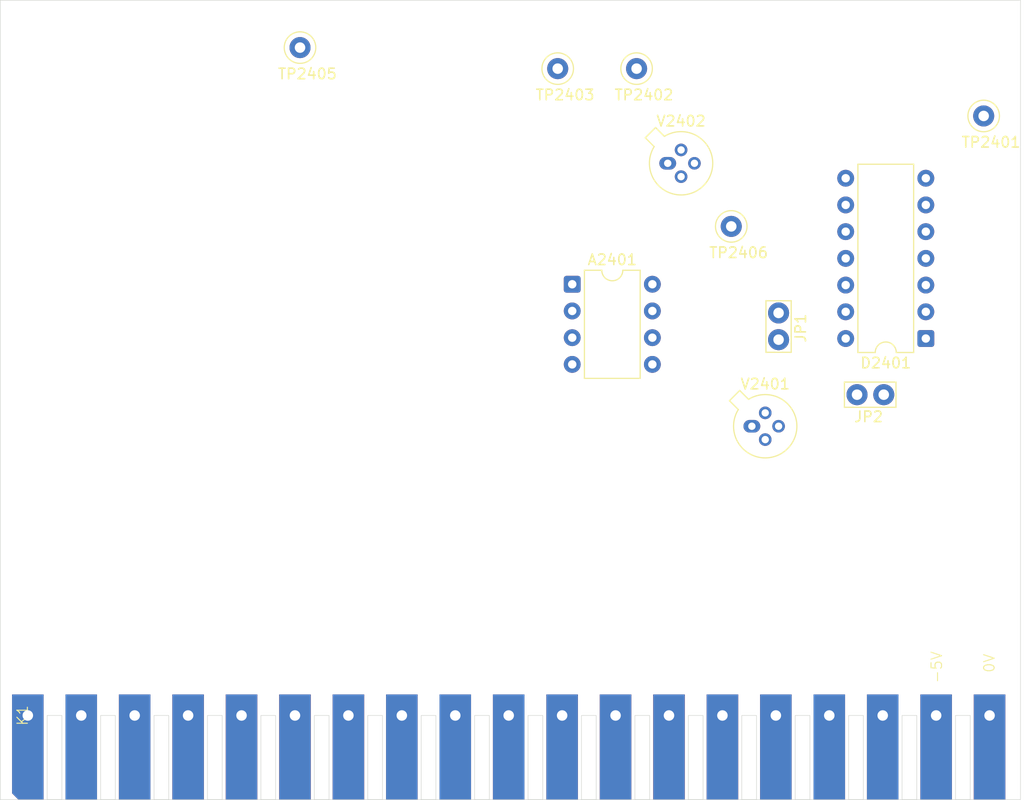
<source format=kicad_pcb>
(kicad_pcb (version 20241229) (generator "pcbnew") (generator_version "9.0")
  (title_block (title "Philips PM2528 - N24 (AC Amplifier)") (date "2025-07-06") (rev "1.0"))
  (layers (0 "F.Cu" signal) (2 "B.Cu" signal) (13 "F.Paste" user) (15 "B.Paste" user) (5 "F.SilkS" user "F.Silkscreen") (7 "B.SilkS" user "B.Silkscreen") (1 "F.Mask" user) (3 "B.Mask" user) (25 "Edge.Cuts" user))
  (net 0 "")
  (net 1 "+15V")
  (net 2 "Net-(A2401--)")
  (net 3 "-15V")
  (net 4 "Net-(A2401-CompenA)")
  (net 5 "Net-(A2401-+)")
  (net 6 "Net-(A2401-Pad6)")
  (net 7 "Net-(A2401-CompenB)")
  (net 8 "-5V")
  (net 9 "Net-(D2401-Q)")
  (net 10 "Net-(D2401-~{Q})")
  (net 11 "Net-(D2401-C)")
  (net 12 "GND2")
  (net 13 "Net-(D2401-RC_COMMON)")
  (net 15 "Net-(D2401-R)")
  (net 16 "Net-(JP1-A)")
  (net 17 "Net-(JP1-B)")
  (net 19 "GND3")
  (net 20 "/CFI")
  (net 23 "/IN")
  (net 24 "GND6")
  (net 25 "GND5")
  (net 27 "GND4")
  (net 29 "/OUT")
  (net 32 "Net-(V2402-S)")
  (net 33 "Net-(C2407-Pad1)")
  (net 34 "Net-(V2401-Bulk)")
  (net 35 "Net-(V2401-D)")
  (footprint "TestPoint:TestPoint_Loop_D2.50mm_Drill1.0mm" (layer "F.Cu") (at 127.5 83)
    (property "Reference" "TP2405" (at 0.7 2.5 0) (layer "F.SilkS"))
    (property "Value" "0V")
    (fp_circle (center 0 0) (end 1.5 0) (stroke (width 0.12)) (fill no) (layer "F.SilkS"))
    (pad "1" thru_hole circle (at 0 0) (size 2 2) (drill 1) (layers "*.Cu" "*.Mask") (net 25 "GND5"))
  )
  (footprint "TestPoint:TestPoint_Bridge_Pitch2.54mm_Drill1.0mm" (layer "F.Cu") (at 173 110.77 90)
    (property "Reference" "JP1" (at 1.1 2.1 90) (layer "F.SilkS"))
    (property "Value" "A")
    (fp_line (start 3.7 -1.2) (end -1.2 -1.2) (stroke (width 0.12)) (layer "F.SilkS"))
    (fp_line (start -1.2 -1.2) (end -1.2 1.2) (stroke (width 0.12)) (layer "F.SilkS"))
    (fp_line (start 3.7 1.2) (end 3.7 -1.2) (stroke (width 0.12)) (layer "F.SilkS"))
    (fp_line (start -1.2 1.2) (end 3.7 1.2) (stroke (width 0.12)) (layer "F.SilkS"))
    (pad "1" thru_hole circle (at 0 0 90) (size 2 2) (drill 1) (layers "*.Cu" "*.Mask") (net 16 "Net-(JP1-A)"))
    (pad "1" thru_hole circle (at 2.54 0 90) (size 2 2) (drill 1) (layers "*.Cu" "*.Mask") (net 16 "Net-(JP1-A)"))
  )
  (footprint "TestPoint:TestPoint_Loop_D2.50mm_Drill1.0mm" (layer "F.Cu") (at 159.5 85)
    (property "Reference" "TP2402" (at 0.7 2.5 0) (layer "F.SilkS"))
    (property "Value" "~")
    (fp_circle (center 0 0) (end 1.5 0) (stroke (width 0.12)) (fill no) (layer "F.SilkS"))
    (pad "1" thru_hole circle (at 0 0) (size 2 2) (drill 1) (layers "*.Cu" "*.Mask") (net 32 "Net-(V2402-S)"))
  )
  (footprint "PM2528:PM2528_RiserCardConnector" (layer "F.Cu") (at 101.62 146.5 90)
    (property "Reference" "K1" (at 0 -0.5 90) (layer "F.SilkS") (effects (font (thickness 0.1))))
    (property "Value" "~")
    (fp_rect (start -8 1.84) (end 0 3.24) (stroke (width 0.05)) (fill no) (layer "Edge.Cuts"))
    (fp_rect (start -8 6.92) (end 0 8.32) (stroke (width 0.05)) (fill no) (layer "Edge.Cuts"))
    (fp_rect (start -8 12) (end 0 13.4) (stroke (width 0.05)) (fill no) (layer "Edge.Cuts"))
    (fp_rect (start -8 17.08) (end 0 18.48) (stroke (width 0.05)) (fill no) (layer "Edge.Cuts"))
    (fp_rect (start -8 22.16) (end 0 23.56) (stroke (width 0.05)) (fill no) (layer "Edge.Cuts"))
    (fp_rect (start -8 27.24) (end 0 28.64) (stroke (width 0.05)) (fill no) (layer "Edge.Cuts"))
    (fp_rect (start -8 32.32) (end 0 33.72) (stroke (width 0.05)) (fill no) (layer "Edge.Cuts"))
    (fp_rect (start -8 37.4) (end 0 38.8) (stroke (width 0.05)) (fill no) (layer "Edge.Cuts"))
    (fp_rect (start -8 42.48) (end 0 43.88) (stroke (width 0.05)) (fill no) (layer "Edge.Cuts"))
    (fp_rect (start -8 47.56) (end 0 48.96) (stroke (width 0.05)) (fill no) (layer "Edge.Cuts"))
    (fp_rect (start -8 52.64) (end 0 54.04) (stroke (width 0.05)) (fill no) (layer "Edge.Cuts"))
    (fp_rect (start -8 57.72) (end 0 59.12) (stroke (width 0.05)) (fill no) (layer "Edge.Cuts"))
    (fp_rect (start -8 62.8) (end 0 64.2) (stroke (width 0.05)) (fill no) (layer "Edge.Cuts"))
    (fp_rect (start -8 67.88) (end 0 69.28) (stroke (width 0.05)) (fill no) (layer "Edge.Cuts"))
    (fp_rect (start -8 72.96) (end 0 74.36) (stroke (width 0.05)) (fill no) (layer "Edge.Cuts"))
    (fp_rect (start -8 78.04) (end 0 79.44) (stroke (width 0.05)) (fill no) (layer "Edge.Cuts"))
    (fp_rect (start -8 83.12) (end 0 84.52) (stroke (width 0.05)) (fill no) (layer "Edge.Cuts"))
    (fp_rect (start -8 88.2) (end 0 89.6) (stroke (width 0.05)) (fill no) (layer "Edge.Cuts"))
    (fp_text user "-5V" (at 3 87 90) (layer "F.SilkS") (effects (font (thickness 0.1)) (justify left bottom)))
    (fp_text user "0V" (at 4 92 90) (layer "F.SilkS") (effects (font (thickness 0.1)) (justify left bottom)))
    (pad "1" thru_hole rect (at 0 91.44 90) (size 10 3) (drill 1 (offset -3 0)) (layers "*.Cu" "*.Mask") (net 12 "GND2"))
    (pad "2" thru_hole rect (at 0 86.36 90) (size 10 3) (drill 1 (offset -3 0)) (layers "*.Cu" "*.Mask") (net 8 "-5V"))
    (pad "3" thru_hole rect (at 0 81.28 90) (size 10 3) (drill 1 (offset -3 0)) (layers "*.Cu" "*.Mask") (net 3 "-15V"))
    (pad "4" thru_hole rect (at 0 76.2 90) (size 10 3) (drill 1 (offset -3 0)) (layers "*.Cu" "*.Mask") (net 1 "+15V"))
    (pad "5" thru_hole rect (at 0 71.12 90) (size 10 3) (drill 1 (offset -3 0)) (layers "*.Cu" "*.Mask"))
    (pad "6" thru_hole rect (at 0 66.04 90) (size 10 3) (drill 1 (offset -3 0)) (layers "*.Cu" "*.Mask") (net 19 "GND3"))
    (pad "7" thru_hole rect (at 0 60.96 90) (size 10 3) (drill 1 (offset -3 0)) (layers "*.Cu" "*.Mask"))
    (pad "8" thru_hole rect (at 0 55.88 90) (size 10 3) (drill 1 (offset -3 0)) (layers "*.Cu" "*.Mask"))
    (pad "9" thru_hole rect (at 0 50.8 90) (size 10 3) (drill 1 (offset -3 0)) (layers "*.Cu" "*.Mask") (net 27 "GND4"))
    (pad "10" thru_hole rect (at 0 45.72 90) (size 10 3) (drill 1 (offset -3 0)) (layers "*.Cu" "*.Mask") (net 23 "/IN"))
    (pad "11" thru_hole rect (at 0 40.64 90) (size 10 3) (drill 1 (offset -3 0)) (layers "*.Cu" "*.Mask") (net 27 "GND4"))
    (pad "12" thru_hole rect (at 0 35.56 90) (size 10 3) (drill 1 (offset -3 0)) (layers "*.Cu" "*.Mask"))
    (pad "13" thru_hole rect (at 0 30.48 90) (size 10 3) (drill 1 (offset -3 0)) (layers "*.Cu" "*.Mask") (net 25 "GND5"))
    (pad "14" thru_hole rect (at 0 25.4 90) (size 10 3) (drill 1 (offset -3 0)) (layers "*.Cu" "*.Mask") (net 20 "/CFI"))
    (pad "15" thru_hole rect (at 0 20.32 90) (size 10 3) (drill 1 (offset -3 0)) (layers "*.Cu" "*.Mask"))
    (pad "16" thru_hole rect (at 0 15.24 90) (size 10 3) (drill 1 (offset -3 0)) (layers "*.Cu" "*.Mask"))
    (pad "17" thru_hole rect (at 0 10.16 90) (size 10 3) (drill 1 (offset -3 0)) (layers "*.Cu" "*.Mask") (net 29 "/OUT"))
    (pad "18" thru_hole rect (at 0 5.08 90) (size 10 3) (drill 1 (offset -3 0)) (layers "*.Cu" "*.Mask"))
    (pad "19" thru_hole roundrect (at 0 0 90) (size 10 3) (drill 1 (offset -3 0)) (layers "*.Cu" "*.Mask") (roundrect_rratio 0) (chamfer_ratio 0.2) (chamfer top_left) (net 24 "GND6"))
  )
  (footprint "TestPoint:TestPoint_Loop_D2.50mm_Drill1.0mm" (layer "F.Cu") (at 152 85)
    (property "Reference" "TP2403" (at 0.7 2.5 0) (layer "F.SilkS"))
    (property "Value" "~")
    (fp_circle (center 0 0) (end 1.5 0) (stroke (width 0.12)) (fill no) (layer "F.SilkS"))
    (pad "1" thru_hole circle (at 0 0) (size 2 2) (drill 1) (layers "*.Cu" "*.Mask") (net 33 "Net-(C2407-Pad1)"))
  )
  (footprint "TestPoint:TestPoint_Loop_D2.50mm_Drill1.0mm" (layer "F.Cu") (at 168.5 100)
    (property "Reference" "TP2406" (at 0.7 2.5 0) (layer "F.SilkS"))
    (property "Value" "AC_RMS?")
    (fp_circle (center 0 0) (end 1.5 0) (stroke (width 0.12)) (fill no) (layer "F.SilkS"))
    (pad "1" thru_hole circle (at 0 0) (size 2 2) (drill 1) (layers "*.Cu" "*.Mask") (net 6 "Net-(A2401-Pad6)"))
  )
  (footprint "TestPoint:TestPoint_Loop_D2.50mm_Drill1.0mm" (layer "F.Cu") (at 192.5 89.5)
    (property "Reference" "TP2401" (at 0.7 2.5 0) (layer "F.SilkS"))
    (property "Value" "V.Chopper")
    (fp_circle (center 0 0) (end 1.5 0) (stroke (width 0.12)) (fill no) (layer "F.SilkS"))
    (pad "1" thru_hole circle (at 0 0) (size 2 2) (drill 1) (layers "*.Cu" "*.Mask") (net 9 "Net-(D2401-Q)"))
  )
  (footprint "Package_TO_SOT_THT:TO-72-4" (layer "F.Cu") (at 162.46 94)
    (property "Reference" "V2402" (at 1.27 -4.01 0) (layer "F.SilkS"))
    (property "Value" "BFW13")
    (fp_line (start -2.130108 -2.424301) (end -1.289618 -1.583811) (stroke (width 0.12)) (layer "F.SilkS"))
    (fp_line (start -1.154301 -3.400108) (end -2.130108 -2.424301) (stroke (width 0.12)) (layer "F.SilkS"))
    (fp_line (start -0.313811 -2.559618) (end -1.154301 -3.400108) (stroke (width 0.12)) (layer "F.SilkS"))
    (fp_arc (start -0.313811 -2.559618) (mid 3.398391 2.128391) (end -1.289618 -1.583811) (stroke (width 0.12)) (layer "F.SilkS"))
    (pad "1" thru_hole oval (at 0 0) (size 1.6 1.2) (drill 0.7) (layers "*.Cu" "*.Mask") (net 9 "Net-(D2401-Q)"))
    (pad "2" thru_hole circle (at 1.27 1.27) (size 1.2 1.2) (drill 0.7) (layers "*.Cu" "*.Mask") (net 32 "Net-(V2402-S)"))
    (pad "3" thru_hole circle (at 2.54 0) (size 1.2 1.2) (drill 0.7) (layers "*.Cu" "*.Mask") (net 27 "GND4"))
    (pad "4" thru_hole circle (at 1.27 -1.27) (size 1.2 1.2) (drill 0.7) (layers "*.Cu" "*.Mask"))
  )
  (footprint "Package_DIP:DIP-8_W7.62mm" (layer "F.Cu") (at 153.38 105.5)
    (property "Reference" "A2401" (at 3.81 -2.33 0) (layer "F.SilkS"))
    (property "Value" "LM308AH")
    (fp_line (start 1.16 -1.33) (end 1.16 8.95) (stroke (width 0.12)) (layer "F.SilkS"))
    (fp_line (start 1.16 8.95) (end 6.46 8.95) (stroke (width 0.12)) (layer "F.SilkS"))
    (fp_line (start 2.81 -1.33) (end 1.16 -1.33) (stroke (width 0.12)) (layer "F.SilkS"))
    (fp_line (start 6.46 -1.33) (end 4.81 -1.33) (stroke (width 0.12)) (layer "F.SilkS"))
    (fp_line (start 6.46 8.95) (end 6.46 -1.33) (stroke (width 0.12)) (layer "F.SilkS"))
    (fp_arc (start 4.81 -1.33) (mid 3.81 -0.33) (end 2.81 -1.33) (stroke (width 0.12)) (layer "F.SilkS"))
    (pad "1" thru_hole roundrect (at 0 0) (size 1.6 1.6) (drill 0.8) (layers "*.Cu" "*.Mask") (roundrect_rratio 0.15625) (net 4 "Net-(A2401-CompenA)"))
    (pad "2" thru_hole circle (at 0 2.54) (size 1.6 1.6) (drill 0.8) (layers "*.Cu" "*.Mask") (net 2 "Net-(A2401--)"))
    (pad "3" thru_hole circle (at 0 5.08) (size 1.6 1.6) (drill 0.8) (layers "*.Cu" "*.Mask") (net 5 "Net-(A2401-+)"))
    (pad "4" thru_hole circle (at 0 7.62) (size 1.6 1.6) (drill 0.8) (layers "*.Cu" "*.Mask") (net 3 "-15V"))
    (pad "5" thru_hole circle (at 7.62 7.62) (size 1.6 1.6) (drill 0.8) (layers "*.Cu" "*.Mask"))
    (pad "6" thru_hole circle (at 7.62 5.08) (size 1.6 1.6) (drill 0.8) (layers "*.Cu" "*.Mask") (net 6 "Net-(A2401-Pad6)"))
    (pad "7" thru_hole circle (at 7.62 2.54) (size 1.6 1.6) (drill 0.8) (layers "*.Cu" "*.Mask") (net 1 "+15V"))
    (pad "8" thru_hole circle (at 7.62 0) (size 1.6 1.6) (drill 0.8) (layers "*.Cu" "*.Mask") (net 7 "Net-(A2401-CompenB)"))
  )
  (footprint "Package_TO_SOT_THT:TO-72-4" (layer "F.Cu") (at 170.46 119)
    (property "Reference" "V2401" (at 1.27 -4.01 0) (layer "F.SilkS"))
    (property "Value" "BSV81")
    (fp_line (start -2.130108 -2.424301) (end -1.289618 -1.583811) (stroke (width 0.12)) (layer "F.SilkS"))
    (fp_line (start -1.154301 -3.400108) (end -2.130108 -2.424301) (stroke (width 0.12)) (layer "F.SilkS"))
    (fp_line (start -0.313811 -2.559618) (end -1.154301 -3.400108) (stroke (width 0.12)) (layer "F.SilkS"))
    (fp_arc (start -0.313811 -2.559618) (mid 3.398391 2.128391) (end -1.289618 -1.583811) (stroke (width 0.12)) (layer "F.SilkS"))
    (pad "1" thru_hole oval (at 0 0) (size 1.6 1.2) (drill 0.7) (layers "*.Cu" "*.Mask") (net 35 "Net-(V2401-D)"))
    (pad "2" thru_hole circle (at 1.27 1.27) (size 1.2 1.2) (drill 0.7) (layers "*.Cu" "*.Mask") (net 10 "Net-(D2401-~{Q})"))
    (pad "3" thru_hole circle (at 2.54 0) (size 1.2 1.2) (drill 0.7) (layers "*.Cu" "*.Mask") (net 34 "Net-(V2401-Bulk)"))
    (pad "4" thru_hole circle (at 1.27 -1.27) (size 1.2 1.2) (drill 0.7) (layers "*.Cu" "*.Mask") (net 34 "Net-(V2401-Bulk)"))
  )
  (footprint "TestPoint:TestPoint_Bridge_Pitch2.54mm_Drill1.0mm" (layer "F.Cu") (at 180.46 116)
    (property "Reference" "JP2" (at 1.1 2.1 0) (layer "F.SilkS"))
    (property "Value" "B")
    (fp_line (start -1.2 -1.2) (end -1.2 1.2) (stroke (width 0.12)) (layer "F.SilkS"))
    (fp_line (start -1.2 1.2) (end 3.7 1.2) (stroke (width 0.12)) (layer "F.SilkS"))
    (fp_line (start 3.7 -1.2) (end -1.2 -1.2) (stroke (width 0.12)) (layer "F.SilkS"))
    (fp_line (start 3.7 1.2) (end 3.7 -1.2) (stroke (width 0.12)) (layer "F.SilkS"))
    (pad "1" thru_hole circle (at 0 0) (size 2 2) (drill 1) (layers "*.Cu" "*.Mask") (net 17 "Net-(JP1-B)"))
    (pad "1" thru_hole circle (at 2.54 0) (size 2 2) (drill 1) (layers "*.Cu" "*.Mask") (net 17 "Net-(JP1-B)"))
  )
  (footprint "Package_DIP:DIP-14_W7.62mm" (layer "F.Cu") (at 187 110.66 180)
    (property "Reference" "D2401" (at 3.81 -2.33 0) (layer "F.SilkS"))
    (property "Value" "HEF4047")
    (fp_line (start 6.46 16.57) (end 6.46 -1.33) (stroke (width 0.12)) (layer "F.SilkS"))
    (fp_line (start 6.46 -1.33) (end 4.81 -1.33) (stroke (width 0.12)) (layer "F.SilkS"))
    (fp_line (start 2.81 -1.33) (end 1.16 -1.33) (stroke (width 0.12)) (layer "F.SilkS"))
    (fp_line (start 1.16 16.57) (end 6.46 16.57) (stroke (width 0.12)) (layer "F.SilkS"))
    (fp_line (start 1.16 -1.33) (end 1.16 16.57) (stroke (width 0.12)) (layer "F.SilkS"))
    (fp_arc (start 4.81 -1.33) (mid 3.81 -0.33) (end 2.81 -1.33) (stroke (width 0.12)) (layer "F.SilkS"))
    (pad "1" thru_hole roundrect (at 0 0 180) (size 1.6 1.6) (drill 0.8) (layers "*.Cu" "*.Mask") (roundrect_rratio 0.15625) (net 11 "Net-(D2401-C)"))
    (pad "2" thru_hole circle (at 0 2.54 180) (size 1.6 1.6) (drill 0.8) (layers "*.Cu" "*.Mask") (net 15 "Net-(D2401-R)"))
    (pad "3" thru_hole circle (at 0 5.08 180) (size 1.6 1.6) (drill 0.8) (layers "*.Cu" "*.Mask") (net 13 "Net-(D2401-RC_COMMON)"))
    (pad "4" thru_hole circle (at 0 7.62 180) (size 1.6 1.6) (drill 0.8) (layers "*.Cu" "*.Mask") (net 12 "GND2"))
    (pad "5" thru_hole circle (at 0 10.16 180) (size 1.6 1.6) (drill 0.8) (layers "*.Cu" "*.Mask") (net 12 "GND2"))
    (pad "6" thru_hole circle (at 0 12.7 180) (size 1.6 1.6) (drill 0.8) (layers "*.Cu" "*.Mask") (net 12 "GND2"))
    (pad "7" thru_hole circle (at 0 15.24 180) (size 1.6 1.6) (drill 0.8) (layers "*.Cu" "*.Mask") (net 8 "-5V"))
    (pad "8" thru_hole circle (at 7.62 15.24 180) (size 1.6 1.6) (drill 0.8) (layers "*.Cu" "*.Mask") (net 8 "-5V"))
    (pad "9" thru_hole circle (at 7.62 12.7 180) (size 1.6 1.6) (drill 0.8) (layers "*.Cu" "*.Mask") (net 8 "-5V"))
    (pad "10" thru_hole circle (at 7.62 10.16 180) (size 1.6 1.6) (drill 0.8) (layers "*.Cu" "*.Mask") (net 9 "Net-(D2401-Q)"))
    (pad "11" thru_hole circle (at 7.62 7.62 180) (size 1.6 1.6) (drill 0.8) (layers "*.Cu" "*.Mask") (net 10 "Net-(D2401-~{Q})"))
    (pad "12" thru_hole circle (at 7.62 5.08 180) (size 1.6 1.6) (drill 0.8) (layers "*.Cu" "*.Mask") (net 8 "-5V"))
    (pad "13" thru_hole circle (at 7.62 2.54 180) (size 1.6 1.6) (drill 0.8) (layers "*.Cu" "*.Mask"))
    (pad "14" thru_hole circle (at 7.62 0 180) (size 1.6 1.6) (drill 0.8) (layers "*.Cu" "*.Mask") (net 12 "GND2"))
  )
  (gr_rect (start 99 78.5) (end 196 154.5) (stroke (width 0.05)) (fill no) (layer "Edge.Cuts"))
)
</source>
